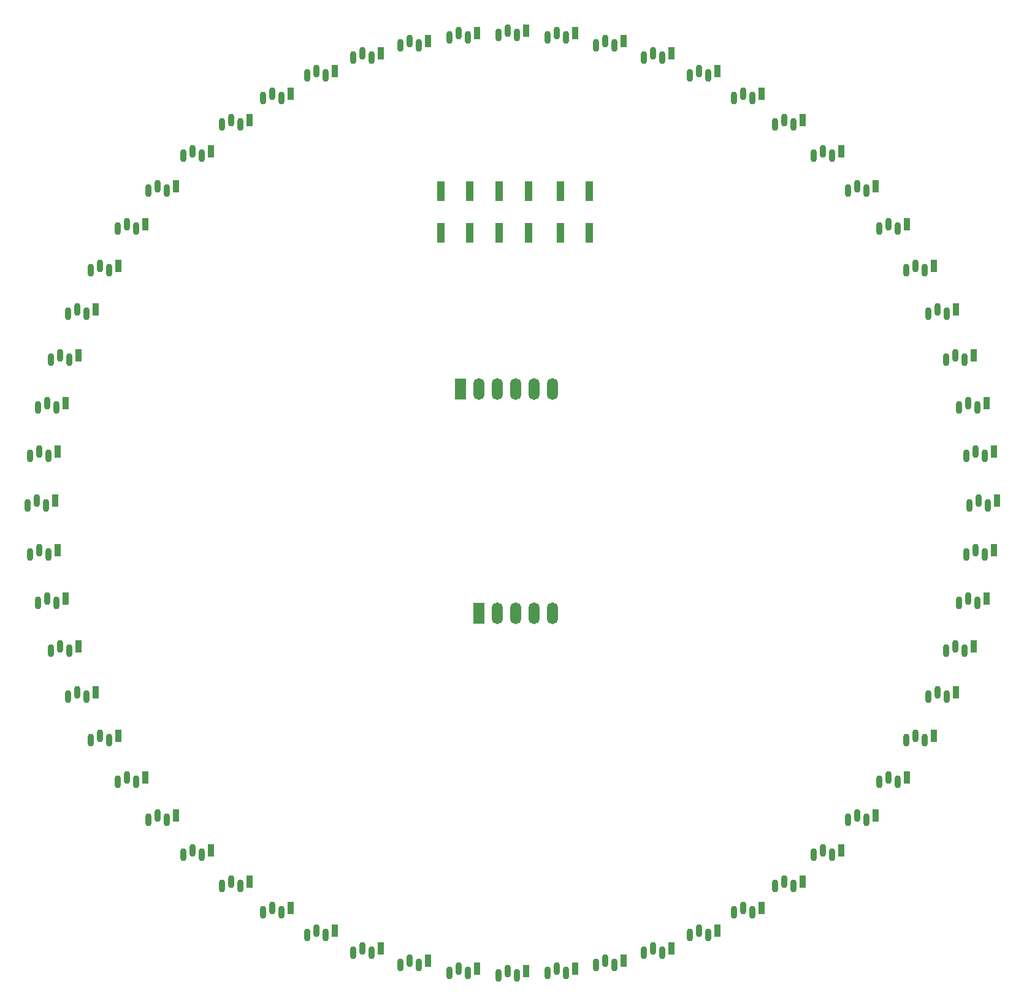
<source format=gbr>
%TF.GenerationSoftware,KiCad,Pcbnew,7.0.7*%
%TF.CreationDate,2024-11-28T18:31:40+01:00*%
%TF.ProjectId,FaceDCF77,46616365-4443-4463-9737-2e6b69636164,rev?*%
%TF.SameCoordinates,Original*%
%TF.FileFunction,Soldermask,Bot*%
%TF.FilePolarity,Negative*%
%FSLAX46Y46*%
G04 Gerber Fmt 4.6, Leading zero omitted, Abs format (unit mm)*
G04 Created by KiCad (PCBNEW 7.0.7) date 2024-11-28 18:31:40*
%MOMM*%
%LPD*%
G01*
G04 APERTURE LIST*
%ADD10R,0.900000X1.800000*%
%ADD11O,0.900000X1.800000*%
%ADD12R,1.000000X2.750000*%
%ADD13R,1.524000X3.000000*%
%ADD14O,1.524000X3.000000*%
G04 APERTURE END LIST*
D10*
%TO.C,D50*%
X74088400Y-66501100D03*
D11*
X72818400Y-67101100D03*
X71548400Y-66501100D03*
X70278400Y-67101100D03*
%TD*%
D10*
%TO.C,D34*%
X113382800Y-154757600D03*
D11*
X112112800Y-155357600D03*
X110842800Y-154757600D03*
X109572800Y-155357600D03*
%TD*%
D10*
%TO.C,D36*%
X100968900Y-149230600D03*
D11*
X99698900Y-149830600D03*
X98428900Y-149230600D03*
X97158900Y-149830600D03*
%TD*%
D10*
%TO.C,D9*%
X181773300Y-49445500D03*
D11*
X180503300Y-50045500D03*
X179233300Y-49445500D03*
X177963300Y-50045500D03*
%TD*%
D10*
%TO.C,D54*%
X89975400Y-44634500D03*
D11*
X88705400Y-45234500D03*
X87435400Y-44634500D03*
X86165400Y-45234500D03*
%TD*%
D10*
%TO.C,D41*%
X77177200Y-125439000D03*
D11*
X75907200Y-126039000D03*
X74637200Y-125439000D03*
X73367200Y-126039000D03*
%TD*%
D10*
%TO.C,D29*%
X146983200Y-156518600D03*
D11*
X145713200Y-157118600D03*
X144443200Y-156518600D03*
X143173200Y-157118600D03*
%TD*%
D10*
%TO.C,D12*%
X192849400Y-66501100D03*
D11*
X191579400Y-67101100D03*
X190309400Y-66501100D03*
X189039400Y-67101100D03*
%TD*%
D10*
%TO.C,D53*%
X85164500Y-49445500D03*
D11*
X83894500Y-50045500D03*
X82624500Y-49445500D03*
X81354500Y-50045500D03*
%TD*%
D10*
%TO.C,D51*%
X77177200Y-60439000D03*
D11*
X75907200Y-61039000D03*
X74637200Y-60439000D03*
X73367200Y-61039000D03*
%TD*%
D10*
%TO.C,D57*%
X107031000Y-33558500D03*
D11*
X105761000Y-34158500D03*
X104491000Y-33558500D03*
X103221000Y-34158500D03*
%TD*%
D10*
%TO.C,D58*%
X113382800Y-31120300D03*
D11*
X112112800Y-31720300D03*
X110842800Y-31120300D03*
X109572800Y-31720300D03*
%TD*%
D10*
%TO.C,D26*%
X165968900Y-149230600D03*
D11*
X164698900Y-149830600D03*
X163428900Y-149230600D03*
X162158900Y-149830600D03*
%TD*%
D10*
%TO.C,D28*%
X153555000Y-154757600D03*
D11*
X152285000Y-155357600D03*
X151015000Y-154757600D03*
X149745000Y-155357600D03*
%TD*%
D10*
%TO.C,D48*%
X69889300Y-79424700D03*
D11*
X68619300Y-80024700D03*
X67349300Y-79424700D03*
X66079300Y-80024700D03*
%TD*%
D10*
%TO.C,D20*%
X192849400Y-119376800D03*
D11*
X191579400Y-119976800D03*
X190309400Y-119376800D03*
X189039400Y-119976800D03*
%TD*%
D10*
%TO.C,D13*%
X195287600Y-72852900D03*
D11*
X194017600Y-73452900D03*
X192747600Y-72852900D03*
X191477600Y-73452900D03*
%TD*%
D10*
%TO.C,D60*%
X126674500Y-28295000D03*
D11*
X125404500Y-28895000D03*
X124134500Y-28295000D03*
X122864500Y-28895000D03*
%TD*%
D10*
%TO.C,D40*%
X80882800Y-131145000D03*
D11*
X79612800Y-131745000D03*
X78342800Y-131145000D03*
X77072800Y-131745000D03*
%TD*%
D10*
%TO.C,D39*%
X85164500Y-136432400D03*
D11*
X83894500Y-137032400D03*
X82624500Y-136432400D03*
X81354500Y-137032400D03*
%TD*%
D10*
%TO.C,D10*%
X186055000Y-54732900D03*
D11*
X184785000Y-55332900D03*
X183515000Y-54732900D03*
X182245000Y-55332900D03*
%TD*%
D10*
%TO.C,D42*%
X74088400Y-119376800D03*
D11*
X72818400Y-119976800D03*
X71548400Y-119376800D03*
X70278400Y-119976800D03*
%TD*%
D10*
%TO.C,D22*%
X186055000Y-131145000D03*
D11*
X184785000Y-131745000D03*
X183515000Y-131145000D03*
X182245000Y-131745000D03*
%TD*%
D10*
%TO.C,D52*%
X80882800Y-54732900D03*
D11*
X79612800Y-55332900D03*
X78342800Y-54732900D03*
X77072800Y-55332900D03*
%TD*%
D10*
%TO.C,D37*%
X95262900Y-145525100D03*
D11*
X93992900Y-146125100D03*
X92722900Y-145525100D03*
X91452900Y-146125100D03*
%TD*%
D10*
%TO.C,D4*%
X153555000Y-31120300D03*
D11*
X152285000Y-31720300D03*
X151015000Y-31120300D03*
X149745000Y-31720300D03*
%TD*%
D10*
%TO.C,D47*%
X68825000Y-86144600D03*
D11*
X67555000Y-86744600D03*
X66285000Y-86144600D03*
X65015000Y-86744600D03*
%TD*%
D10*
%TO.C,D21*%
X189760500Y-125439000D03*
D11*
X188490500Y-126039000D03*
X187220500Y-125439000D03*
X185950500Y-126039000D03*
%TD*%
D10*
%TO.C,D59*%
X119954600Y-29359400D03*
D11*
X118684600Y-29959400D03*
X117414600Y-29359400D03*
X116144600Y-29959400D03*
%TD*%
D10*
%TO.C,D23*%
X181773300Y-136432400D03*
D11*
X180503300Y-137032400D03*
X179233300Y-136432400D03*
X177963300Y-137032400D03*
%TD*%
D10*
%TO.C,D55*%
X95262900Y-40352900D03*
D11*
X93992900Y-40952900D03*
X92722900Y-40352900D03*
X91452900Y-40952900D03*
%TD*%
D10*
%TO.C,D14*%
X197048500Y-79424700D03*
D11*
X195778500Y-80024700D03*
X194508500Y-79424700D03*
X193238500Y-80024700D03*
%TD*%
D10*
%TO.C,D32*%
X126674500Y-157582900D03*
D11*
X125404500Y-158182900D03*
X124134500Y-157582900D03*
X122864500Y-158182900D03*
%TD*%
D10*
%TO.C,D44*%
X69889300Y-106453200D03*
D11*
X68619300Y-107053200D03*
X67349300Y-106453200D03*
X66079300Y-107053200D03*
%TD*%
D10*
%TO.C,D25*%
X171674900Y-145525100D03*
D11*
X170404900Y-146125100D03*
X169134900Y-145525100D03*
X167864900Y-146125100D03*
%TD*%
D10*
%TO.C,D27*%
X159906800Y-152319400D03*
D11*
X158636800Y-152919400D03*
X157366800Y-152319400D03*
X156096800Y-152919400D03*
%TD*%
D10*
%TO.C,D30*%
X140263200Y-157582900D03*
D11*
X138993200Y-158182900D03*
X137723200Y-157582900D03*
X136453200Y-158182900D03*
%TD*%
D10*
%TO.C,D8*%
X176962400Y-44634500D03*
D11*
X175692400Y-45234500D03*
X174422400Y-44634500D03*
X173152400Y-45234500D03*
%TD*%
D10*
%TO.C,D5*%
X159906800Y-33558500D03*
D11*
X158636800Y-34158500D03*
X157366800Y-33558500D03*
X156096800Y-34158500D03*
%TD*%
D10*
%TO.C,D35*%
X107031000Y-152319400D03*
D11*
X105761000Y-152919400D03*
X104491000Y-152319400D03*
X103221000Y-152919400D03*
%TD*%
D10*
%TO.C,D3*%
X146983200Y-29359400D03*
D11*
X145713200Y-29959400D03*
X144443200Y-29359400D03*
X143173200Y-29959400D03*
%TD*%
D10*
%TO.C,D24*%
X176962400Y-141243400D03*
D11*
X175692400Y-141843400D03*
X174422400Y-141243400D03*
X173152400Y-141843400D03*
%TD*%
D10*
%TO.C,D2*%
X140263200Y-28295000D03*
D11*
X138993200Y-28895000D03*
X137723200Y-28295000D03*
X136453200Y-28895000D03*
%TD*%
D10*
%TO.C,D1*%
X133468900Y-27939000D03*
D11*
X132198900Y-28539000D03*
X130928900Y-27939000D03*
X129658900Y-28539000D03*
%TD*%
D10*
%TO.C,D16*%
X198468900Y-92939000D03*
D11*
X197198900Y-93539000D03*
X195928900Y-92939000D03*
X194658900Y-93539000D03*
%TD*%
D10*
%TO.C,D18*%
X197048500Y-106453200D03*
D11*
X195778500Y-107053200D03*
X194508500Y-106453200D03*
X193238500Y-107053200D03*
%TD*%
D10*
%TO.C,D17*%
X198112800Y-99733300D03*
D11*
X196842800Y-100333300D03*
X195572800Y-99733300D03*
X194302800Y-100333300D03*
%TD*%
D10*
%TO.C,D38*%
X89975400Y-141243400D03*
D11*
X88705400Y-141843400D03*
X87435400Y-141243400D03*
X86165400Y-141843400D03*
%TD*%
D10*
%TO.C,D56*%
X100968900Y-36647300D03*
D11*
X99698900Y-37247300D03*
X98428900Y-36647300D03*
X97158900Y-37247300D03*
%TD*%
D10*
%TO.C,D15*%
X198112800Y-86144600D03*
D11*
X196842800Y-86744600D03*
X195572800Y-86144600D03*
X194302800Y-86744600D03*
%TD*%
D10*
%TO.C,D33*%
X119954600Y-156518600D03*
D11*
X118684600Y-157118600D03*
X117414600Y-156518600D03*
X116144600Y-157118600D03*
%TD*%
D10*
%TO.C,D6*%
X165968900Y-36647300D03*
D11*
X164698900Y-37247300D03*
X163428900Y-36647300D03*
X162158900Y-37247300D03*
%TD*%
D10*
%TO.C,D46*%
X68468900Y-92939000D03*
D11*
X67198900Y-93539000D03*
X65928900Y-92939000D03*
X64658900Y-93539000D03*
%TD*%
D10*
%TO.C,D45*%
X68825000Y-99733300D03*
D11*
X67555000Y-100333300D03*
X66285000Y-99733300D03*
X65015000Y-100333300D03*
%TD*%
D10*
%TO.C,D7*%
X171674900Y-40352900D03*
D11*
X170404900Y-40952900D03*
X169134900Y-40352900D03*
X167864900Y-40952900D03*
%TD*%
D10*
%TO.C,D11*%
X189760500Y-60439000D03*
D11*
X188490500Y-61039000D03*
X187220500Y-60439000D03*
X185950500Y-61039000D03*
%TD*%
D10*
%TO.C,D31*%
X133468900Y-157939000D03*
D11*
X132198900Y-158539000D03*
X130928900Y-157939000D03*
X129658900Y-158539000D03*
%TD*%
D10*
%TO.C,D43*%
X71650200Y-113025100D03*
D11*
X70380200Y-113625100D03*
X69110200Y-113025100D03*
X67840200Y-113625100D03*
%TD*%
D10*
%TO.C,D49*%
X71650200Y-72852900D03*
D11*
X70380200Y-73452900D03*
X69110200Y-72852900D03*
X67840200Y-73452900D03*
%TD*%
D10*
%TO.C,D19*%
X195287600Y-113025100D03*
D11*
X194017600Y-113625100D03*
X192747600Y-113025100D03*
X191477600Y-113625100D03*
%TD*%
D12*
%TO.C,SW2*%
X129795000Y-50130000D03*
X129795000Y-55880000D03*
X133795000Y-50130000D03*
X133795000Y-55880000D03*
%TD*%
%TO.C,SW3*%
X121730000Y-50130000D03*
X121730000Y-55880000D03*
X125730000Y-50130000D03*
X125730000Y-55880000D03*
%TD*%
D13*
%TO.C,U1*%
X124460000Y-77470000D03*
D14*
X127000000Y-77470000D03*
X129540000Y-77470000D03*
X132080000Y-77470000D03*
X134620000Y-77470000D03*
X137160000Y-77470000D03*
D13*
X126968000Y-108458000D03*
D14*
X129508000Y-108458000D03*
X132048000Y-108458000D03*
X134588000Y-108458000D03*
X137128000Y-108458000D03*
%TD*%
D12*
%TO.C,SW1*%
X138240000Y-50130000D03*
X138240000Y-55880000D03*
X142240000Y-50130000D03*
X142240000Y-55880000D03*
%TD*%
M02*

</source>
